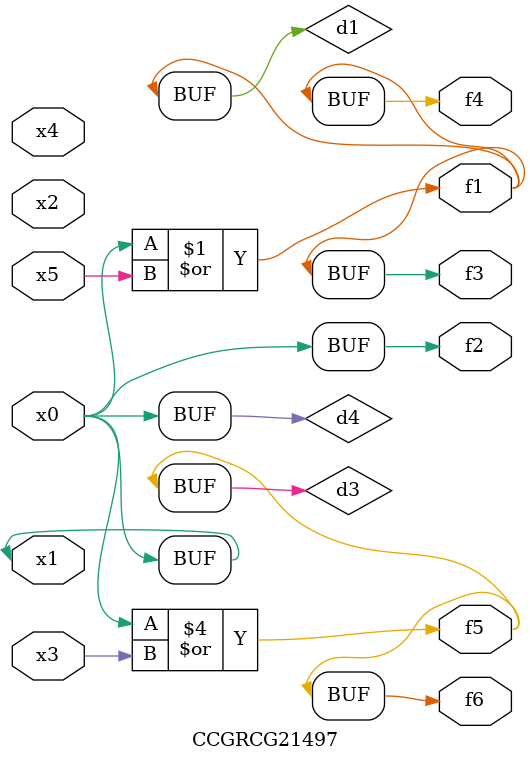
<source format=v>
module CCGRCG21497(
	input x0, x1, x2, x3, x4, x5,
	output f1, f2, f3, f4, f5, f6
);

	wire d1, d2, d3, d4;

	or (d1, x0, x5);
	xnor (d2, x1, x4);
	or (d3, x0, x3);
	buf (d4, x0, x1);
	assign f1 = d1;
	assign f2 = d4;
	assign f3 = d1;
	assign f4 = d1;
	assign f5 = d3;
	assign f6 = d3;
endmodule

</source>
